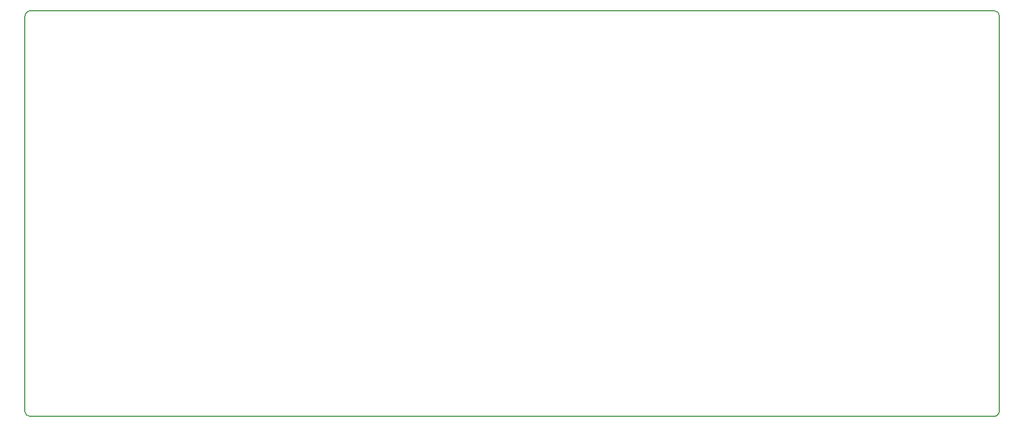
<source format=gbr>
%TF.GenerationSoftware,KiCad,Pcbnew,7.0.7*%
%TF.CreationDate,2024-02-15T10:33:03+01:00*%
%TF.ProjectId,Projektarbete_P3,50726f6a-656b-4746-9172-626574655f50,rev?*%
%TF.SameCoordinates,Original*%
%TF.FileFunction,Profile,NP*%
%FSLAX46Y46*%
G04 Gerber Fmt 4.6, Leading zero omitted, Abs format (unit mm)*
G04 Created by KiCad (PCBNEW 7.0.7) date 2024-02-15 10:33:03*
%MOMM*%
%LPD*%
G01*
G04 APERTURE LIST*
%TA.AperFunction,Profile*%
%ADD10C,0.150000*%
%TD*%
G04 APERTURE END LIST*
D10*
X53422202Y-113182924D02*
X53422202Y-50914600D01*
X54336802Y-50000002D02*
G75*
G03*
X53422202Y-50914600I-102J-914498D01*
G01*
X206995929Y-50805993D02*
X206995929Y-113182400D01*
X206044800Y-113944400D02*
X54254400Y-113944400D01*
X54336802Y-50000000D02*
X206197200Y-50000000D01*
X53422110Y-113182928D02*
G75*
G03*
X54254400Y-113944400I796990J35528D01*
G01*
X206044808Y-113944330D02*
G75*
G03*
X206995929Y-113182400I94592J856530D01*
G01*
X206995836Y-50805993D02*
G75*
G03*
X206197200Y-50007264I-798736J-7D01*
G01*
M02*

</source>
